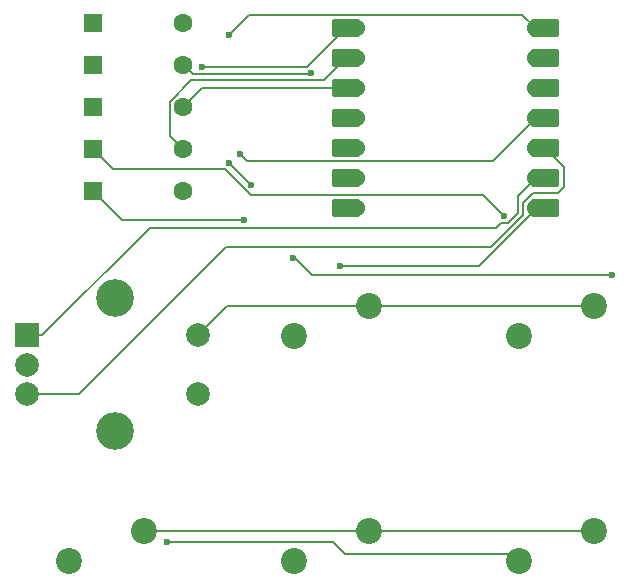
<source format=gbr>
%TF.GenerationSoftware,KiCad,Pcbnew,9.0.6*%
%TF.CreationDate,2026-01-21T21:50:30-06:00*%
%TF.ProjectId,test test,74657374-2074-4657-9374-2e6b69636164,rev?*%
%TF.SameCoordinates,Original*%
%TF.FileFunction,Copper,L1,Top*%
%TF.FilePolarity,Positive*%
%FSLAX46Y46*%
G04 Gerber Fmt 4.6, Leading zero omitted, Abs format (unit mm)*
G04 Created by KiCad (PCBNEW 9.0.6) date 2026-01-21 21:50:30*
%MOMM*%
%LPD*%
G01*
G04 APERTURE LIST*
G04 Aperture macros list*
%AMRoundRect*
0 Rectangle with rounded corners*
0 $1 Rounding radius*
0 $2 $3 $4 $5 $6 $7 $8 $9 X,Y pos of 4 corners*
0 Add a 4 corners polygon primitive as box body*
4,1,4,$2,$3,$4,$5,$6,$7,$8,$9,$2,$3,0*
0 Add four circle primitives for the rounded corners*
1,1,$1+$1,$2,$3*
1,1,$1+$1,$4,$5*
1,1,$1+$1,$6,$7*
1,1,$1+$1,$8,$9*
0 Add four rect primitives between the rounded corners*
20,1,$1+$1,$2,$3,$4,$5,0*
20,1,$1+$1,$4,$5,$6,$7,0*
20,1,$1+$1,$6,$7,$8,$9,0*
20,1,$1+$1,$8,$9,$2,$3,0*%
G04 Aperture macros list end*
%TA.AperFunction,ComponentPad*%
%ADD10RoundRect,0.250000X-0.550000X-0.550000X0.550000X-0.550000X0.550000X0.550000X-0.550000X0.550000X0*%
%TD*%
%TA.AperFunction,ComponentPad*%
%ADD11C,1.600000*%
%TD*%
%TA.AperFunction,ComponentPad*%
%ADD12R,2.000000X2.000000*%
%TD*%
%TA.AperFunction,ComponentPad*%
%ADD13C,2.000000*%
%TD*%
%TA.AperFunction,ComponentPad*%
%ADD14C,3.200000*%
%TD*%
%TA.AperFunction,ComponentPad*%
%ADD15C,2.200000*%
%TD*%
%TA.AperFunction,SMDPad,CuDef*%
%ADD16RoundRect,0.152400X1.063600X0.609600X-1.063600X0.609600X-1.063600X-0.609600X1.063600X-0.609600X0*%
%TD*%
%TA.AperFunction,ComponentPad*%
%ADD17C,1.524000*%
%TD*%
%TA.AperFunction,SMDPad,CuDef*%
%ADD18RoundRect,0.152400X-1.063600X-0.609600X1.063600X-0.609600X1.063600X0.609600X-1.063600X0.609600X0*%
%TD*%
%TA.AperFunction,ViaPad*%
%ADD19C,0.600000*%
%TD*%
%TA.AperFunction,Conductor*%
%ADD20C,0.200000*%
%TD*%
G04 APERTURE END LIST*
D10*
%TO.P,D5,1,K*%
%TO.N,Net-(D5-K)*%
X72100000Y-63800000D03*
D11*
%TO.P,D5,2,A*%
%TO.N,Net-(D5-A)*%
X79720000Y-63800000D03*
%TD*%
D12*
%TO.P,SW6,A,A*%
%TO.N,Net-(U1-GPIO2{slash}SCK)*%
X66462500Y-83106200D03*
D13*
%TO.P,SW6,B,B*%
%TO.N,Net-(U1-GPIO4{slash}MISO)*%
X66462500Y-88106200D03*
%TO.P,SW6,C,C*%
%TO.N,unconnected-(SW6-PadC)*%
X66462500Y-85606200D03*
D14*
%TO.P,SW6,MP*%
%TO.N,N/C*%
X73962500Y-80006200D03*
X73962500Y-91206200D03*
D13*
%TO.P,SW6,S1,S1*%
%TO.N,Net-(U1-GPIO3{slash}MOSI)*%
X80962500Y-88106200D03*
%TO.P,SW6,S2,S2*%
%TO.N,GND*%
X80962500Y-83106200D03*
%TD*%
D15*
%TO.P,SW4,1,1*%
%TO.N,GND*%
X114458800Y-99695000D03*
%TO.P,SW4,2,2*%
%TO.N,Net-(D4-K)*%
X108108800Y-102235000D03*
%TD*%
%TO.P,SW5,1,1*%
%TO.N,GND*%
X76358800Y-99695000D03*
%TO.P,SW5,2,2*%
%TO.N,Net-(D3-K)*%
X70008800Y-102235000D03*
%TD*%
%TO.P,SW1,1,1*%
%TO.N,GND*%
X95408800Y-80645000D03*
%TO.P,SW1,2,2*%
%TO.N,Net-(D7-K)*%
X89058800Y-83185000D03*
%TD*%
D10*
%TO.P,D6,1,K*%
%TO.N,Net-(D6-K)*%
X72100000Y-67350000D03*
D11*
%TO.P,D6,2,A*%
%TO.N,Net-(D6-A)*%
X79720000Y-67350000D03*
%TD*%
D10*
%TO.P,D4,1,K*%
%TO.N,Net-(D4-K)*%
X72100000Y-60250000D03*
D11*
%TO.P,D4,2,A*%
%TO.N,Net-(D4-A)*%
X79720000Y-60250000D03*
%TD*%
D15*
%TO.P,SW3,1,1*%
%TO.N,GND*%
X95408800Y-99695000D03*
%TO.P,SW3,2,2*%
%TO.N,Net-(D5-K)*%
X89058800Y-102235000D03*
%TD*%
D10*
%TO.P,D7,1,K*%
%TO.N,Net-(D7-K)*%
X72100000Y-70900000D03*
D11*
%TO.P,D7,2,A*%
%TO.N,Net-(D7-A)*%
X79720000Y-70900000D03*
%TD*%
D15*
%TO.P,SW2,1,1*%
%TO.N,GND*%
X114458800Y-80645000D03*
%TO.P,SW2,2,2*%
%TO.N,Net-(D6-K)*%
X108108800Y-83185000D03*
%TD*%
D10*
%TO.P,D3,1,K*%
%TO.N,Net-(D3-K)*%
X72100000Y-56700000D03*
D11*
%TO.P,D3,2,A*%
%TO.N,Net-(D3-A)*%
X79720000Y-56700000D03*
%TD*%
D16*
%TO.P,U1,1,GPIO26/ADC0/A0*%
%TO.N,Net-(D7-A)*%
X93462500Y-57150000D03*
D17*
X94297500Y-57150000D03*
D16*
%TO.P,U1,2,GPIO27/ADC1/A1*%
%TO.N,Net-(D6-A)*%
X93462500Y-59690000D03*
D17*
X94297500Y-59690000D03*
D16*
%TO.P,U1,3,GPIO28/ADC2/A2*%
%TO.N,Net-(D5-A)*%
X93462500Y-62230000D03*
D17*
X94297500Y-62230000D03*
D16*
%TO.P,U1,4,GPIO29/ADC3/A3*%
%TO.N,Net-(D4-A)*%
X93462500Y-64770000D03*
D17*
X94297500Y-64770000D03*
D16*
%TO.P,U1,5,GPIO6/SDA*%
%TO.N,Net-(D3-A)*%
X93462500Y-67310000D03*
D17*
X94297500Y-67310000D03*
D16*
%TO.P,U1,6,GPIO7/SCL*%
%TO.N,unconnected-(U1-GPIO7{slash}SCL-Pad6)*%
X93462500Y-69850000D03*
D17*
X94297500Y-69850000D03*
D16*
%TO.P,U1,7,GPIO0/TX*%
%TO.N,unconnected-(U1-GPIO0{slash}TX-Pad7)*%
X93462500Y-72390000D03*
D17*
X94297500Y-72390000D03*
%TO.P,U1,8,GPIO1/RX*%
%TO.N,Net-(D1-DIN)*%
X109537500Y-72390000D03*
D18*
X110372500Y-72390000D03*
D17*
%TO.P,U1,9,GPIO2/SCK*%
%TO.N,Net-(U1-GPIO2{slash}SCK)*%
X109537500Y-69850000D03*
D18*
X110372500Y-69850000D03*
D17*
%TO.P,U1,10,GPIO4/MISO*%
%TO.N,Net-(U1-GPIO4{slash}MISO)*%
X109537500Y-67310000D03*
D18*
X110372500Y-67310000D03*
D17*
%TO.P,U1,11,GPIO3/MOSI*%
%TO.N,Net-(U1-GPIO3{slash}MOSI)*%
X109537500Y-64770000D03*
D18*
X110372500Y-64770000D03*
D17*
%TO.P,U1,12,3V3*%
%TO.N,unconnected-(U1-3V3-Pad12)*%
X109537500Y-62230000D03*
D18*
X110372500Y-62230000D03*
D17*
%TO.P,U1,13,GND*%
%TO.N,GND*%
X109537500Y-59690000D03*
D18*
X110372500Y-59690000D03*
D17*
%TO.P,U1,14,VBUS*%
%TO.N,+5V*%
X109537500Y-57150000D03*
D18*
X110372500Y-57150000D03*
%TD*%
D19*
%TO.N,Net-(D1-DOUT)*%
X85434236Y-70397306D03*
X89000000Y-76600000D03*
X116000000Y-78000000D03*
X83591342Y-68559800D03*
%TO.N,Net-(D4-K)*%
X78310300Y-100649200D03*
%TO.N,Net-(D4-A)*%
X90546300Y-60932500D03*
%TO.N,+5V*%
X83583500Y-57679500D03*
%TO.N,Net-(D1-DIN)*%
X92954700Y-77217600D03*
%TO.N,Net-(D6-K)*%
X106884700Y-73004500D03*
%TO.N,Net-(D7-A)*%
X81319800Y-60430000D03*
%TO.N,Net-(D7-K)*%
X84821400Y-73342600D03*
%TO.N,Net-(U1-GPIO3{slash}MOSI)*%
X84485300Y-67803700D03*
%TD*%
D20*
%TO.N,Net-(D1-DOUT)*%
X89200000Y-76600000D02*
X89000000Y-76600000D01*
X90600000Y-78000000D02*
X89200000Y-76600000D01*
X116000000Y-78000000D02*
X90600000Y-78000000D01*
X83591342Y-68559800D02*
X85431542Y-70400000D01*
%TO.N,unconnected-(U1-GPIO0{slash}TX-Pad7)*%
X94297500Y-72390000D02*
X93462500Y-72390000D01*
%TO.N,Net-(D3-A)*%
X94297500Y-67310000D02*
X93462500Y-67310000D01*
%TO.N,unconnected-(U1-3V3-Pad12)*%
X110372500Y-62230000D02*
X109537500Y-62230000D01*
%TO.N,Net-(D4-K)*%
X78310300Y-100649200D02*
X92349500Y-100649200D01*
X92349500Y-100649200D02*
X93365300Y-101665000D01*
X93365300Y-101665000D02*
X107538800Y-101665000D01*
X107538800Y-101665000D02*
X108108800Y-102235000D01*
%TO.N,unconnected-(U1-GPIO7{slash}SCL-Pad6)*%
X93462500Y-69850000D02*
X94297500Y-69850000D01*
%TO.N,Net-(D4-A)*%
X80501800Y-61031800D02*
X79720000Y-60250000D01*
X90546300Y-60932500D02*
X90447000Y-61031800D01*
X94297500Y-64770000D02*
X93462500Y-64770000D01*
X90447000Y-61031800D02*
X80501800Y-61031800D01*
%TO.N,GND*%
X114458800Y-99695000D02*
X95408800Y-99695000D01*
X109537500Y-59690000D02*
X110372500Y-59690000D01*
X76358800Y-99695000D02*
X95408800Y-99695000D01*
X83423700Y-80645000D02*
X95408800Y-80645000D01*
X80962500Y-83106200D02*
X83423700Y-80645000D01*
X114458800Y-80645000D02*
X95408800Y-80645000D01*
%TO.N,+5V*%
X85241300Y-56021700D02*
X108409200Y-56021700D01*
X110372500Y-57150000D02*
X109537500Y-57150000D01*
X108409200Y-56021700D02*
X109537500Y-57150000D01*
X83583500Y-57679500D02*
X85241300Y-56021700D01*
%TO.N,Net-(D1-DIN)*%
X109537500Y-72390000D02*
X109537500Y-72467400D01*
X109537500Y-72467400D02*
X104787300Y-77217600D01*
X104787300Y-77217600D02*
X92954700Y-77217600D01*
X109537500Y-72390000D02*
X110372500Y-72390000D01*
%TO.N,Net-(D5-A)*%
X79720000Y-63800000D02*
X81290000Y-62230000D01*
X81290000Y-62230000D02*
X93462500Y-62230000D01*
X94297500Y-62230000D02*
X93462500Y-62230000D01*
%TO.N,Net-(D6-K)*%
X106884700Y-73061400D02*
X106884700Y-73004500D01*
X105098800Y-71275500D02*
X107026300Y-73202900D01*
X107026300Y-73202900D02*
X106884700Y-73061400D01*
X83217500Y-69029100D02*
X85463900Y-71275500D01*
X73779100Y-69029100D02*
X83217500Y-69029100D01*
X85463900Y-71275500D02*
X105098800Y-71275500D01*
X72100000Y-67350000D02*
X73779100Y-69029100D01*
%TO.N,Net-(D6-A)*%
X78584900Y-63333900D02*
X80384600Y-61534200D01*
X80384600Y-61534200D02*
X91618300Y-61534200D01*
X79720000Y-67350000D02*
X78584900Y-66214900D01*
X94297500Y-59690000D02*
X93462500Y-59690000D01*
X78584900Y-66214900D02*
X78584900Y-63333900D01*
X91618300Y-61534200D02*
X93462500Y-59690000D01*
%TO.N,Net-(D7-A)*%
X93462500Y-57150000D02*
X90182500Y-60430000D01*
X90182500Y-60430000D02*
X81319800Y-60430000D01*
X94297500Y-57150000D02*
X93462500Y-57150000D01*
%TO.N,Net-(D7-K)*%
X84821400Y-73342600D02*
X74542600Y-73342600D01*
X74542600Y-73342600D02*
X72100000Y-70900000D01*
%TO.N,Net-(U1-GPIO4{slash}MISO)*%
X111937700Y-70602000D02*
X111419400Y-71120300D01*
X105735200Y-75630000D02*
X83338700Y-75630000D01*
X108460400Y-71951200D02*
X108460400Y-72904800D01*
X110372500Y-67310000D02*
X111937700Y-68875200D01*
X108460400Y-72904800D02*
X105735200Y-75630000D01*
X83338700Y-75630000D02*
X70862500Y-88106200D01*
X111419400Y-71120300D02*
X109291300Y-71120300D01*
X109537500Y-67310000D02*
X110372500Y-67310000D01*
X70862500Y-88106200D02*
X66462500Y-88106200D01*
X111937700Y-68875200D02*
X111937700Y-70602000D01*
X109291300Y-71120300D02*
X108460400Y-71951200D01*
%TO.N,Net-(U1-GPIO3{slash}MOSI)*%
X105920300Y-68387200D02*
X85068800Y-68387200D01*
X109537500Y-64770000D02*
X105920300Y-68387200D01*
X110372500Y-64770000D02*
X109537500Y-64770000D01*
X85068800Y-68387200D02*
X84485300Y-67803700D01*
%TO.N,Net-(U1-GPIO2{slash}SCK)*%
X76862400Y-74008000D02*
X67764200Y-83106200D01*
X106380500Y-73841700D02*
X106214200Y-74008000D01*
X108058700Y-71328800D02*
X108058700Y-72738500D01*
X66462500Y-83106200D02*
X67764200Y-83106200D01*
X106214200Y-74008000D02*
X76862400Y-74008000D01*
X106380500Y-73841700D02*
X106214200Y-74008000D01*
X109537500Y-69850000D02*
X110372500Y-69850000D01*
X109537500Y-69850000D02*
X108058700Y-71328800D01*
X108058700Y-72738500D02*
X107190900Y-73606300D01*
X106615900Y-73606300D02*
X106380500Y-73841700D01*
X107190900Y-73606300D02*
X106615900Y-73606300D01*
%TD*%
M02*

</source>
